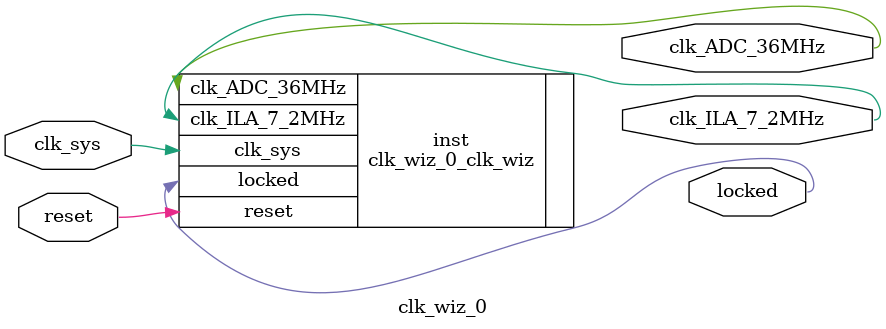
<source format=v>


`timescale 1ps/1ps

(* CORE_GENERATION_INFO = "clk_wiz_0,clk_wiz_v6_0_4_0_0,{component_name=clk_wiz_0,use_phase_alignment=true,use_min_o_jitter=false,use_max_i_jitter=false,use_dyn_phase_shift=false,use_inclk_switchover=false,use_dyn_reconfig=false,enable_axi=0,feedback_source=FDBK_AUTO,PRIMITIVE=MMCM,num_out_clk=2,clkin1_period=20.000,clkin2_period=10.0,use_power_down=false,use_reset=true,use_locked=true,use_inclk_stopped=false,feedback_type=SINGLE,CLOCK_MGR_TYPE=NA,manual_override=false}" *)

module clk_wiz_0 
 (
  // Clock out ports
  output        clk_ADC_36MHz,
  output        clk_ILA_7_2MHz,
  // Status and control signals
  input         reset,
  output        locked,
 // Clock in ports
  input         clk_sys
 );

  clk_wiz_0_clk_wiz inst
  (
  // Clock out ports  
  .clk_ADC_36MHz(clk_ADC_36MHz),
  .clk_ILA_7_2MHz(clk_ILA_7_2MHz),
  // Status and control signals               
  .reset(reset), 
  .locked(locked),
 // Clock in ports
  .clk_sys(clk_sys)
  );

endmodule

</source>
